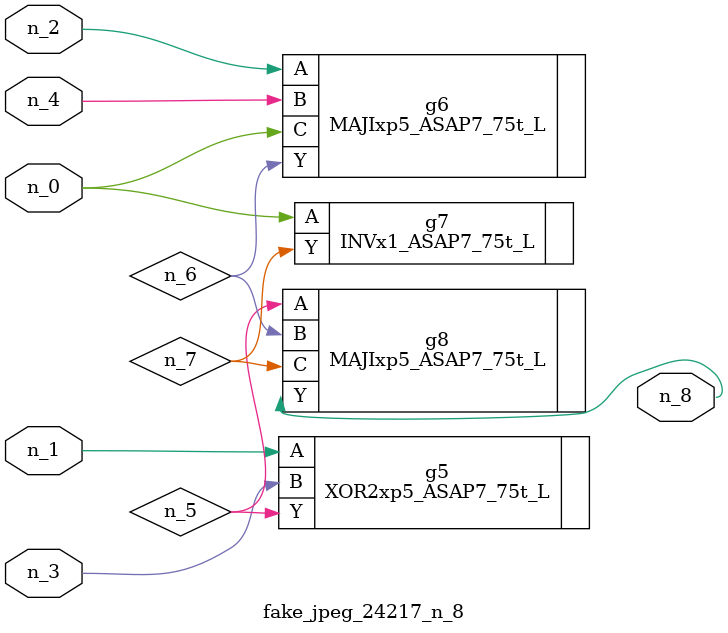
<source format=v>
module fake_jpeg_24217_n_8 (n_3, n_2, n_1, n_0, n_4, n_8);

input n_3;
input n_2;
input n_1;
input n_0;
input n_4;

output n_8;

wire n_6;
wire n_5;
wire n_7;

XOR2xp5_ASAP7_75t_L g5 ( 
.A(n_1),
.B(n_3),
.Y(n_5)
);

MAJIxp5_ASAP7_75t_L g6 ( 
.A(n_2),
.B(n_4),
.C(n_0),
.Y(n_6)
);

INVx1_ASAP7_75t_L g7 ( 
.A(n_0),
.Y(n_7)
);

MAJIxp5_ASAP7_75t_L g8 ( 
.A(n_5),
.B(n_6),
.C(n_7),
.Y(n_8)
);


endmodule
</source>
